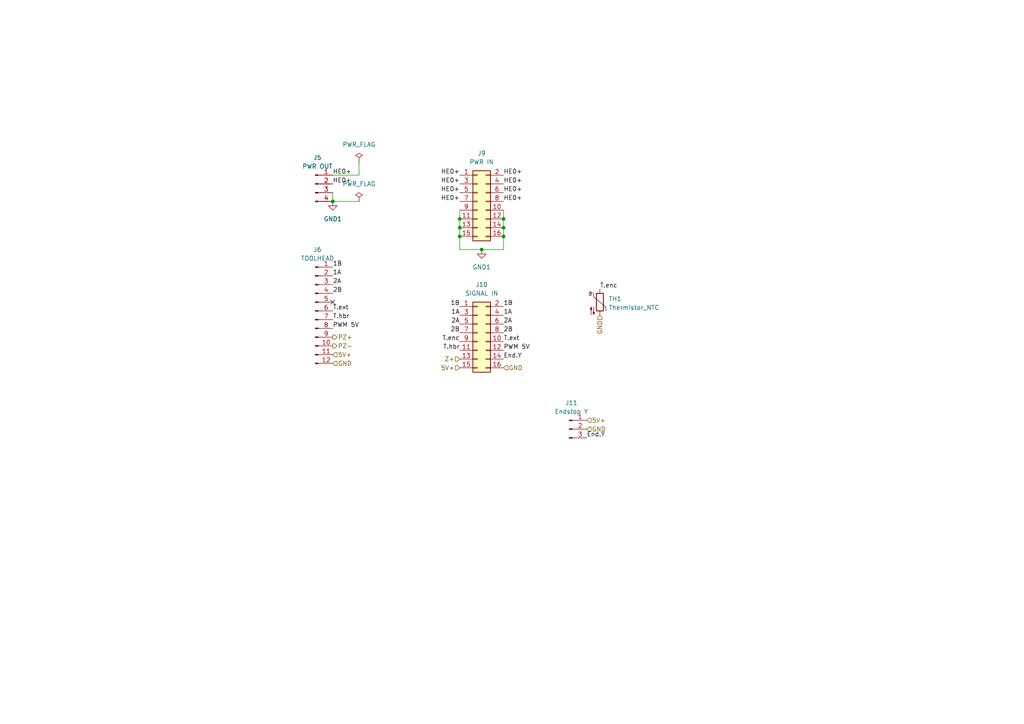
<source format=kicad_sch>
(kicad_sch (version 20211123) (generator eeschema)
  (paper "A4")
  (lib_symbols
    (symbol "Connector:Conn_01x03_Male" (pin_names (offset 1.016) hide)
      (property "Reference" "J" (at 0 5.08 0))
      (property "Value" "Conn_01x03_Male" (at 0 -5.08 0))
      (symbol "Conn_01x03_Male_1_1"
        (polyline (pts (xy 1.27 -2.54) (xy 0.8636 -2.54)) (stroke (width 0.1524)))
        (polyline (pts (xy 1.27 0) (xy 0.8636 0)) (stroke (width 0.1524)))
        (polyline (pts (xy 1.27 2.54) (xy 0.8636 2.54)) (stroke (width 0.1524)))
        (rectangle (start 0.8636 -2.413) (end 0 -2.667) (stroke (width 0.1524)) (fill (type outline)))
        (rectangle (start 0.8636 0.127) (end 0 -0.127) (stroke (width 0.1524)) (fill (type outline)))
        (rectangle (start 0.8636 2.667) (end 0 2.413) (stroke (width 0.1524)) (fill (type outline)))
        (pin passive line (at 5.08 2.54 180) (length 3.81) (name "Pin_1") (number "1"))
        (pin passive line (at 5.08 0 180) (length 3.81) (name "Pin_2") (number "2"))
        (pin passive line (at 5.08 -2.54 180) (length 3.81) (name "Pin_3") (number "3"))
      )
    )
    (symbol "Connector:Conn_01x04_Male" (pin_names (offset 1.016) hide)
      (property "Reference" "J" (at 0 5.08 0))
      (property "Value" "Conn_01x04_Male" (at 0 -7.62 0))
      (symbol "Conn_01x04_Male_1_1"
        (polyline (pts (xy 1.27 -5.08) (xy 0.8636 -5.08)) (stroke (width 0.1524)))
        (polyline (pts (xy 1.27 -2.54) (xy 0.8636 -2.54)) (stroke (width 0.1524)))
        (polyline (pts (xy 1.27 0) (xy 0.8636 0)) (stroke (width 0.1524)))
        (polyline (pts (xy 1.27 2.54) (xy 0.8636 2.54)) (stroke (width 0.1524)))
        (rectangle (start 0.8636 -4.953) (end 0 -5.207) (stroke (width 0.1524)) (fill (type outline)))
        (rectangle (start 0.8636 -2.413) (end 0 -2.667) (stroke (width 0.1524)) (fill (type outline)))
        (rectangle (start 0.8636 0.127) (end 0 -0.127) (stroke (width 0.1524)) (fill (type outline)))
        (rectangle (start 0.8636 2.667) (end 0 2.413) (stroke (width 0.1524)) (fill (type outline)))
        (pin passive line (at 5.08 2.54 180) (length 3.81) (name "Pin_1") (number "1"))
        (pin passive line (at 5.08 0 180) (length 3.81) (name "Pin_2") (number "2"))
        (pin passive line (at 5.08 -2.54 180) (length 3.81) (name "Pin_3") (number "3"))
        (pin passive line (at 5.08 -5.08 180) (length 3.81) (name "Pin_4") (number "4"))
      )
    )
    (symbol "Connector:Conn_01x12_Male" (pin_names (offset 1.016) hide)
      (property "Reference" "J" (at 0 15.24 0))
      (property "Value" "Conn_01x12_Male" (at 0 -17.78 0))
      (symbol "Conn_01x12_Male_1_1"
        (polyline (pts (xy 1.27 -15.24) (xy 0.8636 -15.24)) (stroke (width 0.1524)))
        (polyline (pts (xy 1.27 -12.7) (xy 0.8636 -12.7)) (stroke (width 0.1524)))
        (polyline (pts (xy 1.27 -10.16) (xy 0.8636 -10.16)) (stroke (width 0.1524)))
        (polyline (pts (xy 1.27 -7.62) (xy 0.8636 -7.62)) (stroke (width 0.1524)))
        (polyline (pts (xy 1.27 -5.08) (xy 0.8636 -5.08)) (stroke (width 0.1524)))
        (polyline (pts (xy 1.27 -2.54) (xy 0.8636 -2.54)) (stroke (width 0.1524)))
        (polyline (pts (xy 1.27 0) (xy 0.8636 0)) (stroke (width 0.1524)))
        (polyline (pts (xy 1.27 2.54) (xy 0.8636 2.54)) (stroke (width 0.1524)))
        (polyline (pts (xy 1.27 5.08) (xy 0.8636 5.08)) (stroke (width 0.1524)))
        (polyline (pts (xy 1.27 7.62) (xy 0.8636 7.62)) (stroke (width 0.1524)))
        (polyline (pts (xy 1.27 10.16) (xy 0.8636 10.16)) (stroke (width 0.1524)))
        (polyline (pts (xy 1.27 12.7) (xy 0.8636 12.7)) (stroke (width 0.1524)))
        (rectangle (start 0.8636 -15.113) (end 0 -15.367) (stroke (width 0.1524)) (fill (type outline)))
        (rectangle (start 0.8636 -12.573) (end 0 -12.827) (stroke (width 0.1524)) (fill (type outline)))
        (rectangle (start 0.8636 -10.033) (end 0 -10.287) (stroke (width 0.1524)) (fill (type outline)))
        (rectangle (start 0.8636 -7.493) (end 0 -7.747) (stroke (width 0.1524)) (fill (type outline)))
        (rectangle (start 0.8636 -4.953) (end 0 -5.207) (stroke (width 0.1524)) (fill (type outline)))
        (rectangle (start 0.8636 -2.413) (end 0 -2.667) (stroke (width 0.1524)) (fill (type outline)))
        (rectangle (start 0.8636 0.127) (end 0 -0.127) (stroke (width 0.1524)) (fill (type outline)))
        (rectangle (start 0.8636 2.667) (end 0 2.413) (stroke (width 0.1524)) (fill (type outline)))
        (rectangle (start 0.8636 5.207) (end 0 4.953) (stroke (width 0.1524)) (fill (type outline)))
        (rectangle (start 0.8636 7.747) (end 0 7.493) (stroke (width 0.1524)) (fill (type outline)))
        (rectangle (start 0.8636 10.287) (end 0 10.033) (stroke (width 0.1524)) (fill (type outline)))
        (rectangle (start 0.8636 12.827) (end 0 12.573) (stroke (width 0.1524)) (fill (type outline)))
        (pin passive line (at 5.08 12.7 180) (length 3.81) (name "Pin_1") (number "1"))
        (pin passive line (at 5.08 -10.16 180) (length 3.81) (name "Pin_10") (number "10"))
        (pin passive line (at 5.08 -12.7 180) (length 3.81) (name "Pin_11") (number "11"))
        (pin passive line (at 5.08 -15.24 180) (length 3.81) (name "Pin_12") (number "12"))
        (pin passive line (at 5.08 10.16 180) (length 3.81) (name "Pin_2") (number "2"))
        (pin passive line (at 5.08 7.62 180) (length 3.81) (name "Pin_3") (number "3"))
        (pin passive line (at 5.08 5.08 180) (length 3.81) (name "Pin_4") (number "4"))
        (pin passive line (at 5.08 2.54 180) (length 3.81) (name "Pin_5") (number "5"))
        (pin passive line (at 5.08 0 180) (length 3.81) (name "Pin_6") (number "6"))
        (pin passive line (at 5.08 -2.54 180) (length 3.81) (name "Pin_7") (number "7"))
        (pin passive line (at 5.08 -5.08 180) (length 3.81) (name "Pin_8") (number "8"))
        (pin passive line (at 5.08 -7.62 180) (length 3.81) (name "Pin_9") (number "9"))
      )
    )
    (symbol "Connector_Generic:Conn_02x08_Odd_Even" (pin_names (offset 1.016) hide)
      (property "Reference" "J" (at 1.27 10.16 0))
      (property "Value" "Conn_02x08_Odd_Even" (at 1.27 -12.7 0))
      (symbol "Conn_02x08_Odd_Even_1_1"
        (rectangle (start -1.27 -10.033) (end 0 -10.287) (stroke (width 0.1524)))
        (rectangle (start -1.27 -7.493) (end 0 -7.747) (stroke (width 0.1524)))
        (rectangle (start -1.27 -4.953) (end 0 -5.207) (stroke (width 0.1524)))
        (rectangle (start -1.27 -2.413) (end 0 -2.667) (stroke (width 0.1524)))
        (rectangle (start -1.27 0.127) (end 0 -0.127) (stroke (width 0.1524)))
        (rectangle (start -1.27 2.667) (end 0 2.413) (stroke (width 0.1524)))
        (rectangle (start -1.27 5.207) (end 0 4.953) (stroke (width 0.1524)))
        (rectangle (start -1.27 7.747) (end 0 7.493) (stroke (width 0.1524)))
        (rectangle (start -1.27 8.89) (end 3.81 -11.43) (stroke (width 0.254)) (fill (type background)))
        (rectangle (start 3.81 -10.033) (end 2.54 -10.287) (stroke (width 0.1524)))
        (rectangle (start 3.81 -7.493) (end 2.54 -7.747) (stroke (width 0.1524)))
        (rectangle (start 3.81 -4.953) (end 2.54 -5.207) (stroke (width 0.1524)))
        (rectangle (start 3.81 -2.413) (end 2.54 -2.667) (stroke (width 0.1524)))
        (rectangle (start 3.81 0.127) (end 2.54 -0.127) (stroke (width 0.1524)))
        (rectangle (start 3.81 2.667) (end 2.54 2.413) (stroke (width 0.1524)))
        (rectangle (start 3.81 5.207) (end 2.54 4.953) (stroke (width 0.1524)))
        (rectangle (start 3.81 7.747) (end 2.54 7.493) (stroke (width 0.1524)))
        (pin passive line (at -5.08 7.62 0) (length 3.81) (name "Pin_1") (number "1"))
        (pin passive line (at 7.62 -2.54 180) (length 3.81) (name "Pin_10") (number "10"))
        (pin passive line (at -5.08 -5.08 0) (length 3.81) (name "Pin_11") (number "11"))
        (pin passive line (at 7.62 -5.08 180) (length 3.81) (name "Pin_12") (number "12"))
        (pin passive line (at -5.08 -7.62 0) (length 3.81) (name "Pin_13") (number "13"))
        (pin passive line (at 7.62 -7.62 180) (length 3.81) (name "Pin_14") (number "14"))
        (pin passive line (at -5.08 -10.16 0) (length 3.81) (name "Pin_15") (number "15"))
        (pin passive line (at 7.62 -10.16 180) (length 3.81) (name "Pin_16") (number "16"))
        (pin passive line (at 7.62 7.62 180) (length 3.81) (name "Pin_2") (number "2"))
        (pin passive line (at -5.08 5.08 0) (length 3.81) (name "Pin_3") (number "3"))
        (pin passive line (at 7.62 5.08 180) (length 3.81) (name "Pin_4") (number "4"))
        (pin passive line (at -5.08 2.54 0) (length 3.81) (name "Pin_5") (number "5"))
        (pin passive line (at 7.62 2.54 180) (length 3.81) (name "Pin_6") (number "6"))
        (pin passive line (at -5.08 0 0) (length 3.81) (name "Pin_7") (number "7"))
        (pin passive line (at 7.62 0 180) (length 3.81) (name "Pin_8") (number "8"))
        (pin passive line (at -5.08 -2.54 0) (length 3.81) (name "Pin_9") (number "9"))
      )
    )
    (symbol "Device:Thermistor_NTC" (pin_numbers hide) (pin_names (offset 0))
      (property "Reference" "TH" (at -4.445 0 90))
      (property "Value" "Thermistor_NTC" (at 3.175 0 90))
      (symbol "Thermistor_NTC_0_1"
        (arc (start -3.048 2.159) (mid -3.0495 2.3143) (end -3.175 2.413))
        (arc (start -3.048 2.159) (mid -2.9736 1.9794) (end -2.794 1.905))
        (arc (start -3.048 2.794) (mid -2.9736 2.6144) (end -2.794 2.54))
        (arc (start -2.794 1.905) (mid -2.6144 1.9794) (end -2.54 2.159))
        (arc (start -2.794 2.54) (mid -2.4393 2.5587) (end -2.159 2.794))
        (arc (start -2.794 3.048) (mid -2.9736 2.9736) (end -3.048 2.794))
        (arc (start -2.54 2.794) (mid -2.6144 2.9736) (end -2.794 3.048))
        (rectangle (start -1.016 2.54) (end 1.016 -2.54) (stroke (width 0.254)))
        (polyline (pts (xy -2.54 2.159) (xy -2.54 2.794)))
        (polyline (pts (xy -1.778 2.54) (xy -1.778 1.524) (xy 1.778 -1.524) (xy 1.778 -2.54)))
        (polyline (pts (xy -2.54 -3.683) (xy -2.54 -1.397) (xy -2.794 -2.159) (xy -2.286 -2.159) (xy -2.54 -1.397) (xy -2.54 -1.651)) (fill (type outline)))
        (polyline (pts (xy -1.778 -1.397) (xy -1.778 -3.683) (xy -2.032 -2.921) (xy -1.524 -2.921) (xy -1.778 -3.683) (xy -1.778 -3.429)) (fill (type outline)))
      )
      (symbol "Thermistor_NTC_1_1"
        (pin passive line (at 0 3.81 270) (length 1.27) (name "~") (number "1"))
        (pin passive line (at 0 -3.81 90) (length 1.27) (name "~") (number "2"))
      )
    )
    (symbol "power:GND1" (power) (pin_names (offset 0))
      (property "Value" "GND1" (at 0 -3.81 0))
      (symbol "GND1_0_1"
        (polyline (pts (xy 0 0) (xy 0 -1.27) (xy 1.27 -1.27) (xy 0 -2.54) (xy -1.27 -1.27) (xy 0 -1.27)))
      )
      (symbol "GND1_1_1"
        (pin power_in line (at 0 0 270) (length 0) hide (name "GND1") (number "1"))
      )
    )
    (symbol "power:PWR_FLAG" (power) (pin_numbers hide) (pin_names (offset 0) hide)
      (property "Value" "PWR_FLAG" (at 0 3.81 0))
      (symbol "PWR_FLAG_0_0"
        (pin power_out line (at 0 0 90) (length 0) (name "pwr") (number "1"))
      )
      (symbol "PWR_FLAG_0_1"
        (polyline (pts (xy 0 0) (xy 0 1.27) (xy -1.016 1.905) (xy 0 2.54) (xy 1.016 1.905) (xy 0 1.27)))
      )
    )
  )
  (junction (at 133.35 63.5))
  (junction (at 146.05 63.5))
  (junction (at 139.7 72.39))
  (junction (at 146.05 66.04))
  (junction (at 133.35 66.04))
  (junction (at 133.35 68.58))
  (junction (at 146.05 68.58))
  (junction (at 96.52 58.42))
  (no_connect (at 96.52 87.63))
  (wire (pts (xy 139.7 72.39) (xy 146.05 72.39)))
  (wire (pts (xy 133.35 72.39) (xy 139.7 72.39)))
  (wire (pts (xy 133.35 60.96) (xy 133.35 63.5)))
  (wire (pts (xy 96.52 50.8) (xy 104.14 50.8)))
  (wire (pts (xy 146.05 66.04) (xy 146.05 68.58)))
  (wire (pts (xy 96.52 55.88) (xy 96.52 58.42)))
  (wire (pts (xy 146.05 60.96) (xy 146.05 63.5)))
  (wire (pts (xy 146.05 63.5) (xy 146.05 66.04)))
  (wire (pts (xy 146.05 68.58) (xy 146.05 72.39)))
  (wire (pts (xy 96.52 58.42) (xy 104.14 58.42)))
  (wire (pts (xy 133.35 66.04) (xy 133.35 68.58)))
  (wire (pts (xy 104.14 46.99) (xy 104.14 50.8)))
  (wire (pts (xy 133.35 72.39) (xy 133.35 68.58)))
  (wire (pts (xy 133.35 63.5) (xy 133.35 66.04)))
  (label "1A" (at 96.52 80.01 0))
  (label "2A" (at 146.05 93.98 0))
  (label "1A" (at 133.35 91.44 180))
  (label "HE0+" (at 146.05 50.8 0))
  (label "HE0+" (at 96.52 53.34 0))
  (label "T.hbr" (at 133.35 101.6 180))
  (label "HE0+" (at 146.05 53.34 0))
  (label "PWM 5V" (at 96.52 95.25 0))
  (label "T.enc" (at 133.35 99.06 180))
  (label "T.enc" (at 173.99 83.82 0))
  (label "End.Y" (at 146.05 104.14 0))
  (label "T.hbr" (at 96.52 92.71 0))
  (label "HE0+" (at 146.05 55.88 0))
  (label "2A" (at 96.52 82.55 0))
  (label "HE0+" (at 133.35 58.42 180))
  (label "1A" (at 146.05 91.44 0))
  (label "1B" (at 146.05 88.9 0))
  (label "HE0+" (at 133.35 50.8 180))
  (label "2A" (at 133.35 93.98 180))
  (label "End.Y" (at 170.18 127 0))
  (label "1B" (at 133.35 88.9 180))
  (label "PWM 5V" (at 146.05 101.6 0))
  (label "HE0+" (at 96.52 50.8 0))
  (label "2B" (at 96.52 85.09 0))
  (label "HE0+" (at 133.35 53.34 180))
  (label "1B" (at 96.52 77.47 0))
  (label "2B" (at 146.05 96.52 0))
  (label "HE0+" (at 133.35 55.88 180))
  (label "2B" (at 133.35 96.52 180))
  (label "HE0+" (at 146.05 58.42 0))
  (label "T.ext" (at 146.05 99.06 0))
  (label "T.ext" (at 96.52 90.17 0))
  (hierarchical_label "GND" (shape input) (at 173.99 91.44 270))
  (hierarchical_label "5V+" (shape input) (at 133.35 106.68 180))
  (hierarchical_label "5V+" (shape input) (at 96.52 102.87 0))
  (hierarchical_label "Z+" (shape input) (at 133.35 104.14 180))
  (hierarchical_label "5V+" (shape input) (at 170.18 121.92 0))
  (hierarchical_label "GND" (shape input) (at 96.52 105.41 0))
  (hierarchical_label "PZ+" (shape output) (at 96.52 97.79 0))
  (hierarchical_label "GND" (shape input) (at 170.18 124.46 0))
  (hierarchical_label "PZ-" (shape output) (at 96.52 100.33 0))
  (hierarchical_label "GND" (shape input) (at 146.05 106.68 0))
  (symbol (lib_id "Connector_Generic:Conn_02x08_Odd_Even") (at 138.43 58.42 0) (unit 1)
    (property "Reference" "J9" (at 139.7 44.45 0))
    (property "Value" "PWR IN" (at 139.7 46.99 0))
    (property "Footprint" "Connector_IDC:IDC-Header_2x08_P2.54mm_Vertical" (effects hide))
  )
  (symbol (lib_id "Connector:Conn_01x04_Male") (at 91.44 53.34 0) (unit 1)
    (property "Reference" "J5" (at 92.075 45.72 0))
    (property "Value" "PWR OUT" (at 92.075 48.26 0))
    (property "Footprint" "Connector_JST:JST_XH_B4B-XH-A_1x04_P2.50mm_Vertical" (effects hide))
  )
  (symbol (lib_id "Device:Thermistor_NTC") (at 173.99 87.63 0) (unit 1)
    (property "Reference" "TH1" (at 176.53 86.6774 0) (effects (justify left)))
    (property "Value" "Thermistor_NTC" (at 176.53 89.2174 0) (effects (justify left)))
    (property "Footprint" "Resistor_THT:R_Axial_DIN0204_L3.6mm_D1.6mm_P5.08mm_Horizontal" (effects hide))
  )
  (symbol (lib_id "power:PWR_FLAG") (at 104.14 46.99 0) (unit 1)
    (property "Reference" "#FLG0101" (effects hide))
    (property "Value" "PWR_FLAG" (at 104.14 41.91 0))
  )
  (symbol (lib_id "power:GND1") (at 139.7 72.39 0) (unit 1)
    (property "Reference" "#PWR0113" (effects hide))
    (property "Value" "GND1" (at 139.7 77.47 0))
  )
  (symbol (lib_id "power:GND1") (at 96.52 58.42 0) (unit 1)
    (property "Reference" "#PWR0108" (effects hide))
    (property "Value" "GND1" (at 96.52 63.5 0))
  )
  (symbol (lib_id "Connector:Conn_01x03_Male") (at 165.1 124.46 0) (unit 1)
    (property "Reference" "J11" (at 165.735 116.84 0))
    (property "Value" "Endstop Y" (at 165.735 119.38 0))
    (property "Footprint" "Connector_JST:JST_XH_B3B-XH-A_1x03_P2.50mm_Vertical" (effects hide))
  )
  (symbol (lib_id "Connector:Conn_01x12_Male") (at 91.44 90.17 0) (unit 1)
    (property "Reference" "J6" (at 92.075 72.39 0))
    (property "Value" "TOOLHEAD" (at 92.075 74.93 0))
    (property "Footprint" "Connector_JST:JST_XH_B12B-XH-A_1x12_P2.50mm_Vertical" (effects hide))
  )
  (symbol (lib_id "Connector_Generic:Conn_02x08_Odd_Even") (at 138.43 96.52 0) (unit 1)
    (property "Reference" "J10" (at 139.7 82.55 0))
    (property "Value" "SIGNAL IN" (at 139.7 85.09 0))
    (property "Footprint" "Connector_IDC:IDC-Header_2x08_P2.54mm_Vertical" (effects hide))
  )
  (symbol (lib_id "power:PWR_FLAG") (at 104.14 58.42 0) (unit 1)
    (property "Reference" "#FLG0105" (effects hide))
    (property "Value" "PWR_FLAG" (at 104.14 53.34 0))
  )
)
</source>
